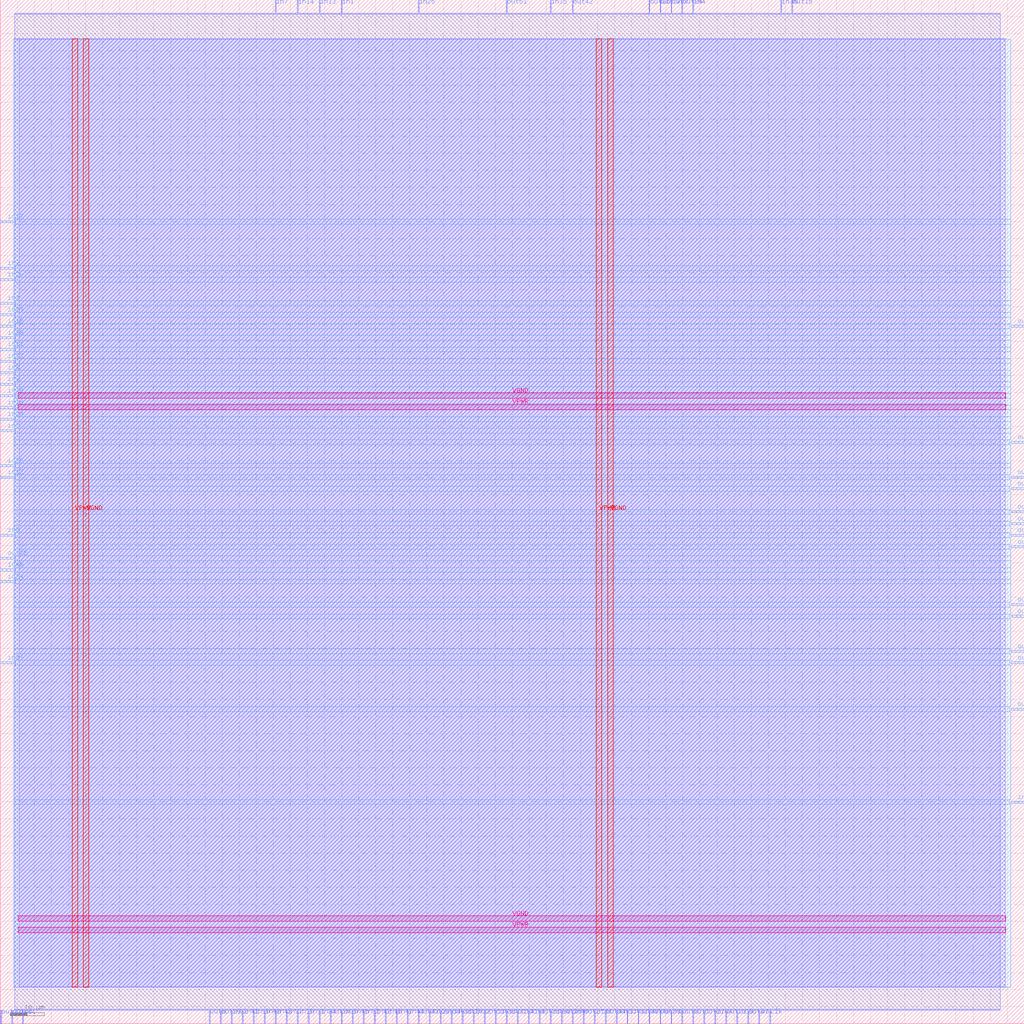
<source format=lef>
VERSION 5.7 ;
  NOWIREEXTENSIONATPIN ON ;
  DIVIDERCHAR "/" ;
  BUSBITCHARS "[]" ;
MACRO netlist_2
  CLASS BLOCK ;
  FOREIGN netlist_2 ;
  ORIGIN 0.000 0.000 ;
  SIZE 300.000 BY 300.000 ;
  PIN VGND
    DIRECTION INOUT ;
    USE GROUND ;
    PORT
      LAYER met4 ;
        RECT 24.340 10.640 25.940 288.560 ;
    END
    PORT
      LAYER met4 ;
        RECT 177.940 10.640 179.540 288.560 ;
    END
    PORT
      LAYER met5 ;
        RECT 5.280 30.030 294.640 31.630 ;
    END
    PORT
      LAYER met5 ;
        RECT 5.280 183.210 294.640 184.810 ;
    END
  END VGND
  PIN VPWR
    DIRECTION INOUT ;
    USE POWER ;
    PORT
      LAYER met4 ;
        RECT 21.040 10.640 22.640 288.560 ;
    END
    PORT
      LAYER met4 ;
        RECT 174.640 10.640 176.240 288.560 ;
    END
    PORT
      LAYER met5 ;
        RECT 5.280 26.730 294.640 28.330 ;
    END
    PORT
      LAYER met5 ;
        RECT 5.280 179.910 294.640 181.510 ;
    END
  END VPWR
  PIN clk
    DIRECTION INPUT ;
    USE SIGNAL ;
    ANTENNAGATEAREA 0.852000 ;
    ANTENNADIFFAREA 0.434700 ;
    PORT
      LAYER met2 ;
        RECT 225.490 0.000 225.770 4.000 ;
    END
  END clk
  PIN in0
    DIRECTION INPUT ;
    USE SIGNAL ;
    ANTENNAGATEAREA 0.213000 ;
    ANTENNADIFFAREA 0.434700 ;
    PORT
      LAYER met2 ;
        RECT 222.270 0.000 222.550 4.000 ;
    END
  END in0
  PIN in1
    DIRECTION INPUT ;
    USE SIGNAL ;
    ANTENNAGATEAREA 0.213000 ;
    ANTENNADIFFAREA 0.434700 ;
    PORT
      LAYER met2 ;
        RECT 99.910 296.000 100.190 300.000 ;
    END
  END in1
  PIN in10
    DIRECTION INPUT ;
    USE SIGNAL ;
    ANTENNAGATEAREA 0.196500 ;
    ANTENNADIFFAREA 0.434700 ;
    PORT
      LAYER met2 ;
        RECT 87.030 0.000 87.310 4.000 ;
    END
  END in10
  PIN in11
    DIRECTION INPUT ;
    USE SIGNAL ;
    ANTENNAGATEAREA 0.196500 ;
    ANTENNADIFFAREA 0.434700 ;
    PORT
      LAYER met3 ;
        RECT 0.000 197.240 4.000 197.840 ;
    END
  END in11
  PIN in12
    DIRECTION INPUT ;
    USE SIGNAL ;
    ANTENNAGATEAREA 0.196500 ;
    ANTENNADIFFAREA 0.434700 ;
    PORT
      LAYER met3 ;
        RECT 0.000 159.840 4.000 160.440 ;
    END
  END in12
  PIN in13
    DIRECTION INPUT ;
    USE SIGNAL ;
    ANTENNAGATEAREA 0.196500 ;
    ANTENNADIFFAREA 0.434700 ;
    PORT
      LAYER met2 ;
        RECT 93.470 296.000 93.750 300.000 ;
    END
  END in13
  PIN in14
    DIRECTION INPUT ;
    USE SIGNAL ;
    ANTENNAGATEAREA 0.213000 ;
    ANTENNADIFFAREA 0.434700 ;
    PORT
      LAYER met2 ;
        RECT 87.030 296.000 87.310 300.000 ;
    END
  END in14
  PIN in15
    DIRECTION INPUT ;
    USE SIGNAL ;
    ANTENNAGATEAREA 0.213000 ;
    ANTENNADIFFAREA 0.434700 ;
    PORT
      LAYER met3 ;
        RECT 0.000 183.640 4.000 184.240 ;
    END
  END in15
  PIN in16
    DIRECTION INPUT ;
    USE SIGNAL ;
    ANTENNAGATEAREA 0.126000 ;
    ANTENNADIFFAREA 0.434700 ;
    PORT
      LAYER met3 ;
        RECT 0.000 180.240 4.000 180.840 ;
    END
  END in16
  PIN in17
    DIRECTION INPUT ;
    USE SIGNAL ;
    ANTENNAGATEAREA 0.213000 ;
    ANTENNADIFFAREA 0.434700 ;
    PORT
      LAYER met3 ;
        RECT 0.000 234.640 4.000 235.240 ;
    END
  END in17
  PIN in18
    DIRECTION INPUT ;
    USE SIGNAL ;
    ANTENNAGATEAREA 0.196500 ;
    ANTENNADIFFAREA 0.434700 ;
    PORT
      LAYER met3 ;
        RECT 0.000 204.040 4.000 204.640 ;
    END
  END in18
  PIN in19
    DIRECTION INPUT ;
    USE SIGNAL ;
    ANTENNAGATEAREA 0.213000 ;
    ANTENNADIFFAREA 0.434700 ;
    PORT
      LAYER met2 ;
        RECT 215.830 0.000 216.110 4.000 ;
    END
  END in19
  PIN in2
    DIRECTION INPUT ;
    USE SIGNAL ;
    ANTENNAGATEAREA 0.213000 ;
    ANTENNADIFFAREA 0.434700 ;
    PORT
      LAYER met3 ;
        RECT 0.000 221.040 4.000 221.640 ;
    END
  END in2
  PIN in20
    DIRECTION INPUT ;
    USE SIGNAL ;
    ANTENNAGATEAREA 0.213000 ;
    ANTENNADIFFAREA 0.434700 ;
    PORT
      LAYER met3 ;
        RECT 0.000 217.640 4.000 218.240 ;
    END
  END in20
  PIN in21
    DIRECTION INPUT ;
    USE SIGNAL ;
    ANTENNAGATEAREA 0.196500 ;
    ANTENNADIFFAREA 0.434700 ;
    PORT
      LAYER met3 ;
        RECT 0.000 105.440 4.000 106.040 ;
    END
  END in21
  PIN in22
    DIRECTION INPUT ;
    USE SIGNAL ;
    ANTENNAGATEAREA 0.196500 ;
    ANTENNADIFFAREA 0.434700 ;
    PORT
      LAYER met2 ;
        RECT 67.710 0.000 67.990 4.000 ;
    END
  END in22
  PIN in23
    DIRECTION INPUT ;
    USE SIGNAL ;
    ANTENNAGATEAREA 0.196500 ;
    ANTENNADIFFAREA 0.434700 ;
    PORT
      LAYER met3 ;
        RECT 0.000 207.440 4.000 208.040 ;
    END
  END in23
  PIN in24
    DIRECTION INPUT ;
    USE SIGNAL ;
    ANTENNAGATEAREA 0.196500 ;
    ANTENNADIFFAREA 0.434700 ;
    PORT
      LAYER met2 ;
        RECT 93.470 0.000 93.750 4.000 ;
    END
  END in24
  PIN in25
    DIRECTION INPUT ;
    USE SIGNAL ;
    ANTENNAGATEAREA 0.196500 ;
    ANTENNADIFFAREA 0.434700 ;
    PORT
      LAYER met2 ;
        RECT 122.450 296.000 122.730 300.000 ;
    END
  END in25
  PIN in26
    DIRECTION INPUT ;
    USE SIGNAL ;
    ANTENNAGATEAREA 0.196500 ;
    ANTENNADIFFAREA 0.434700 ;
    PORT
      LAYER met3 ;
        RECT 0.000 176.840 4.000 177.440 ;
    END
  END in26
  PIN in27
    DIRECTION INPUT ;
    USE SIGNAL ;
    ANTENNAGATEAREA 0.196500 ;
    ANTENNADIFFAREA 0.434700 ;
    PORT
      LAYER met2 ;
        RECT 196.510 0.000 196.790 4.000 ;
    END
  END in27
  PIN in28
    DIRECTION INPUT ;
    USE SIGNAL ;
    ANTENNAGATEAREA 0.196500 ;
    ANTENNADIFFAREA 0.434700 ;
    PORT
      LAYER met2 ;
        RECT 173.970 0.000 174.250 4.000 ;
    END
  END in28
  PIN in29
    DIRECTION INPUT ;
    USE SIGNAL ;
    ANTENNAGATEAREA 0.196500 ;
    ANTENNADIFFAREA 0.434700 ;
    PORT
      LAYER met3 ;
        RECT 0.000 200.640 4.000 201.240 ;
    END
  END in29
  PIN in3
    DIRECTION INPUT ;
    USE SIGNAL ;
    ANTENNAGATEAREA 0.213000 ;
    ANTENNADIFFAREA 0.434700 ;
    PORT
      LAYER met3 ;
        RECT 0.000 210.840 4.000 211.440 ;
    END
  END in3
  PIN in30
    DIRECTION INPUT ;
    USE SIGNAL ;
    ANTENNAGATEAREA 0.196500 ;
    ANTENNADIFFAREA 0.434700 ;
    PORT
      LAYER met2 ;
        RECT 99.910 0.000 100.190 4.000 ;
    END
  END in30
  PIN in31
    DIRECTION INPUT ;
    USE SIGNAL ;
    ANTENNAGATEAREA 0.213000 ;
    ANTENNADIFFAREA 0.434700 ;
    PORT
      LAYER met2 ;
        RECT 90.250 0.000 90.530 4.000 ;
    END
  END in31
  PIN in32
    DIRECTION INPUT ;
    USE SIGNAL ;
    ANTENNAGATEAREA 0.213000 ;
    ANTENNADIFFAREA 0.434700 ;
    PORT
      LAYER met2 ;
        RECT 138.550 0.000 138.830 4.000 ;
    END
  END in32
  PIN in33
    DIRECTION INPUT ;
    USE SIGNAL ;
    ANTENNAGATEAREA 0.196500 ;
    ANTENNADIFFAREA 0.434700 ;
    PORT
      LAYER met3 ;
        RECT 0.000 193.840 4.000 194.440 ;
    END
  END in33
  PIN in34
    DIRECTION INPUT ;
    USE SIGNAL ;
    ANTENNAGATEAREA 0.196500 ;
    ANTENNADIFFAREA 0.434700 ;
    PORT
      LAYER met3 ;
        RECT 0.000 129.240 4.000 129.840 ;
    END
  END in34
  PIN in35
    DIRECTION INPUT ;
    USE SIGNAL ;
    ANTENNAGATEAREA 0.159000 ;
    ANTENNADIFFAREA 0.434700 ;
    PORT
      LAYER met2 ;
        RECT 161.090 296.000 161.370 300.000 ;
    END
  END in35
  PIN in36
    DIRECTION INPUT ;
    USE SIGNAL ;
    ANTENNAGATEAREA 0.196500 ;
    ANTENNADIFFAREA 0.434700 ;
    PORT
      LAYER met2 ;
        RECT 228.710 296.000 228.990 300.000 ;
    END
  END in36
  PIN in37
    DIRECTION INPUT ;
    USE SIGNAL ;
    ANTENNAGATEAREA 0.213000 ;
    ANTENNADIFFAREA 0.434700 ;
    PORT
      LAYER met2 ;
        RECT 83.810 0.000 84.090 4.000 ;
    END
  END in37
  PIN in38
    DIRECTION INPUT ;
    USE SIGNAL ;
    ANTENNAGATEAREA 0.196500 ;
    ANTENNADIFFAREA 0.434700 ;
    PORT
      LAYER met3 ;
        RECT 0.000 163.240 4.000 163.840 ;
    END
  END in38
  PIN in39
    DIRECTION INPUT ;
    USE SIGNAL ;
    ANTENNAGATEAREA 0.426000 ;
    ANTENNADIFFAREA 0.434700 ;
    PORT
      LAYER met3 ;
        RECT 296.000 64.640 300.000 65.240 ;
    END
  END in39
  PIN in4
    DIRECTION INPUT ;
    USE SIGNAL ;
    ANTENNAGATEAREA 0.159000 ;
    ANTENNADIFFAREA 0.434700 ;
    PORT
      LAYER met2 ;
        RECT 202.950 296.000 203.230 300.000 ;
    END
  END in4
  PIN in40
    DIRECTION INPUT ;
    USE SIGNAL ;
    ANTENNAGATEAREA 0.159000 ;
    ANTENNADIFFAREA 0.434700 ;
    PORT
      LAYER met2 ;
        RECT 167.530 0.000 167.810 4.000 ;
    END
  END in40
  PIN in41
    DIRECTION INPUT ;
    USE SIGNAL ;
    ANTENNAGATEAREA 0.196500 ;
    ANTENNADIFFAREA 0.434700 ;
    PORT
      LAYER met2 ;
        RECT 70.930 0.000 71.210 4.000 ;
    END
  END in41
  PIN in42
    DIRECTION INPUT ;
    USE SIGNAL ;
    ANTENNAGATEAREA 0.159000 ;
    ANTENNADIFFAREA 0.434700 ;
    PORT
      LAYER met2 ;
        RECT 109.570 0.000 109.850 4.000 ;
    END
  END in42
  PIN in43
    DIRECTION INPUT ;
    USE SIGNAL ;
    ANTENNAGATEAREA 0.196500 ;
    ANTENNADIFFAREA 0.434700 ;
    PORT
      LAYER met2 ;
        RECT 80.590 0.000 80.870 4.000 ;
    END
  END in43
  PIN in44
    DIRECTION INPUT ;
    USE SIGNAL ;
    ANTENNAGATEAREA 0.196500 ;
    ANTENNADIFFAREA 0.434700 ;
    PORT
      LAYER met2 ;
        RECT 119.230 0.000 119.510 4.000 ;
    END
  END in44
  PIN in45
    DIRECTION INPUT ;
    USE SIGNAL ;
    ANTENNAGATEAREA 0.196500 ;
    ANTENNADIFFAREA 0.434700 ;
    PORT
      LAYER met2 ;
        RECT 103.130 0.000 103.410 4.000 ;
    END
  END in45
  PIN in46
    DIRECTION INPUT ;
    USE SIGNAL ;
    ANTENNAGATEAREA 0.213000 ;
    ANTENNADIFFAREA 0.434700 ;
    PORT
      LAYER met2 ;
        RECT 112.790 0.000 113.070 4.000 ;
    END
  END in46
  PIN in47
    DIRECTION INPUT ;
    USE SIGNAL ;
    ANTENNAGATEAREA 0.213000 ;
    ANTENNADIFFAREA 0.434700 ;
    PORT
      LAYER met2 ;
        RECT 116.010 0.000 116.290 4.000 ;
    END
  END in47
  PIN in48
    DIRECTION INPUT ;
    USE SIGNAL ;
    ANTENNAGATEAREA 0.196500 ;
    ANTENNADIFFAREA 0.434700 ;
    PORT
      LAYER met2 ;
        RECT 77.370 0.000 77.650 4.000 ;
    END
  END in48
  PIN in49
    DIRECTION INPUT ;
    USE SIGNAL ;
    ANTENNAGATEAREA 0.159000 ;
    ANTENNADIFFAREA 0.434700 ;
    PORT
      LAYER met3 ;
        RECT 0.000 132.640 4.000 133.240 ;
    END
  END in49
  PIN in5
    DIRECTION INPUT ;
    USE SIGNAL ;
    ANTENNAGATEAREA 0.159000 ;
    ANTENNADIFFAREA 0.434700 ;
    PORT
      LAYER met3 ;
        RECT 0.000 142.840 4.000 143.440 ;
    END
  END in5
  PIN in50
    DIRECTION INPUT ;
    USE SIGNAL ;
    ANTENNAGATEAREA 0.196500 ;
    ANTENNADIFFAREA 0.434700 ;
    PORT
      LAYER met2 ;
        RECT 74.150 0.000 74.430 4.000 ;
    END
  END in50
  PIN in51
    DIRECTION INPUT ;
    USE SIGNAL ;
    ANTENNAGATEAREA 0.196500 ;
    ANTENNADIFFAREA 0.434700 ;
    PORT
      LAYER met2 ;
        RECT 106.350 0.000 106.630 4.000 ;
    END
  END in51
  PIN in6
    DIRECTION INPUT ;
    USE SIGNAL ;
    ANTENNAGATEAREA 0.159000 ;
    ANTENNADIFFAREA 0.434700 ;
    PORT
      LAYER met3 ;
        RECT 0.000 173.440 4.000 174.040 ;
    END
  END in6
  PIN in7
    DIRECTION INPUT ;
    USE SIGNAL ;
    ANTENNAGATEAREA 0.196500 ;
    ANTENNADIFFAREA 0.434700 ;
    PORT
      LAYER met2 ;
        RECT 80.590 296.000 80.870 300.000 ;
    END
  END in7
  PIN in8
    DIRECTION INPUT ;
    USE SIGNAL ;
    ANTENNAGATEAREA 0.159000 ;
    ANTENNADIFFAREA 0.434700 ;
    PORT
      LAYER met3 ;
        RECT 0.000 190.440 4.000 191.040 ;
    END
  END in8
  PIN in9
    DIRECTION INPUT ;
    USE SIGNAL ;
    ANTENNAGATEAREA 0.213000 ;
    ANTENNADIFFAREA 0.434700 ;
    PORT
      LAYER met3 ;
        RECT 0.000 187.040 4.000 187.640 ;
    END
  END in9
  PIN out0
    DIRECTION OUTPUT ;
    USE SIGNAL ;
    ANTENNADIFFAREA 0.445500 ;
    PORT
      LAYER met3 ;
        RECT 296.000 119.040 300.000 119.640 ;
    END
  END out0
  PIN out1
    DIRECTION OUTPUT ;
    USE SIGNAL ;
    ANTENNADIFFAREA 0.445500 ;
    PORT
      LAYER met2 ;
        RECT 202.950 0.000 203.230 4.000 ;
    END
  END out1
  PIN out10
    DIRECTION OUTPUT ;
    USE SIGNAL ;
    ANTENNADIFFAREA 0.445500 ;
    PORT
      LAYER met2 ;
        RECT 135.330 0.000 135.610 4.000 ;
    END
  END out10
  PIN out11
    DIRECTION OUTPUT ;
    USE SIGNAL ;
    ANTENNADIFFAREA 0.445500 ;
    PORT
      LAYER met3 ;
        RECT 296.000 105.440 300.000 106.040 ;
    END
  END out11
  PIN out12
    DIRECTION OUTPUT ;
    USE SIGNAL ;
    ANTENNADIFFAREA 0.445500 ;
    PORT
      LAYER met3 ;
        RECT 296.000 149.640 300.000 150.240 ;
    END
  END out12
  PIN out13
    DIRECTION OUTPUT ;
    USE SIGNAL ;
    ANTENNADIFFAREA 0.445500 ;
    PORT
      LAYER met2 ;
        RECT 141.770 0.000 142.050 4.000 ;
    END
  END out13
  PIN out14
    DIRECTION OUTPUT ;
    USE SIGNAL ;
    ANTENNADIFFAREA 0.445500 ;
    PORT
      LAYER met3 ;
        RECT 296.000 142.840 300.000 143.440 ;
    END
  END out14
  PIN out15
    DIRECTION OUTPUT ;
    USE SIGNAL ;
    ANTENNADIFFAREA 0.795200 ;
    PORT
      LAYER met2 ;
        RECT 231.930 296.000 232.210 300.000 ;
    END
  END out15
  PIN out16
    DIRECTION OUTPUT ;
    USE SIGNAL ;
    ANTENNADIFFAREA 0.445500 ;
    PORT
      LAYER met3 ;
        RECT 296.000 170.040 300.000 170.640 ;
    END
  END out16
  PIN out17
    DIRECTION OUTPUT ;
    USE SIGNAL ;
    ANTENNADIFFAREA 0.340600 ;
    PORT
      LAYER met3 ;
        RECT 296.000 159.840 300.000 160.440 ;
    END
  END out17
  PIN out18
    DIRECTION OUTPUT ;
    USE SIGNAL ;
    ANTENNADIFFAREA 0.340600 ;
    PORT
      LAYER met3 ;
        RECT 296.000 139.440 300.000 140.040 ;
    END
  END out18
  PIN out19
    DIRECTION OUTPUT ;
    USE SIGNAL ;
    ANTENNADIFFAREA 0.795200 ;
    PORT
      LAYER met2 ;
        RECT 193.290 296.000 193.570 300.000 ;
    END
  END out19
  PIN out2
    DIRECTION OUTPUT ;
    USE SIGNAL ;
    ANTENNADIFFAREA 0.795200 ;
    PORT
      LAYER met2 ;
        RECT 196.510 296.000 196.790 300.000 ;
    END
  END out2
  PIN out20
    DIRECTION OUTPUT ;
    USE SIGNAL ;
    ANTENNADIFFAREA 0.445500 ;
    PORT
      LAYER met2 ;
        RECT 125.670 0.000 125.950 4.000 ;
    END
  END out20
  PIN out21
    DIRECTION OUTPUT ;
    USE SIGNAL ;
    ANTENNADIFFAREA 0.445500 ;
    PORT
      LAYER met2 ;
        RECT 170.750 0.000 171.030 4.000 ;
    END
  END out21
  PIN out22
    DIRECTION OUTPUT ;
    USE SIGNAL ;
    PORT
      LAYER met2 ;
        RECT 0.090 0.000 0.370 4.000 ;
    END
  END out22
  PIN out23
    DIRECTION OUTPUT ;
    USE SIGNAL ;
    ANTENNADIFFAREA 0.445500 ;
    PORT
      LAYER met2 ;
        RECT 212.610 0.000 212.890 4.000 ;
    END
  END out23
  PIN out24
    DIRECTION OUTPUT ;
    USE SIGNAL ;
    ANTENNADIFFAREA 0.795200 ;
    PORT
      LAYER met2 ;
        RECT 199.730 296.000 200.010 300.000 ;
    END
  END out24
  PIN out25
    DIRECTION OUTPUT ;
    USE SIGNAL ;
    ANTENNADIFFAREA 0.445500 ;
    PORT
      LAYER met2 ;
        RECT 157.870 0.000 158.150 4.000 ;
    END
  END out25
  PIN out26
    DIRECTION OUTPUT ;
    USE SIGNAL ;
    ANTENNADIFFAREA 0.795200 ;
    PORT
      LAYER met2 ;
        RECT 190.070 296.000 190.350 300.000 ;
    END
  END out26
  PIN out27
    DIRECTION OUTPUT ;
    USE SIGNAL ;
    ANTENNADIFFAREA 0.340600 ;
    PORT
      LAYER met2 ;
        RECT 206.170 0.000 206.450 4.000 ;
    END
  END out27
  PIN out28
    DIRECTION OUTPUT ;
    USE SIGNAL ;
    ANTENNADIFFAREA 0.445500 ;
    PORT
      LAYER met3 ;
        RECT 0.000 136.040 4.000 136.640 ;
    END
  END out28
  PIN out29
    DIRECTION OUTPUT ;
    USE SIGNAL ;
    ANTENNADIFFAREA 0.445500 ;
    PORT
      LAYER met2 ;
        RECT 64.490 0.000 64.770 4.000 ;
    END
  END out29
  PIN out3
    DIRECTION OUTPUT ;
    USE SIGNAL ;
    ANTENNADIFFAREA 0.445500 ;
    PORT
      LAYER met3 ;
        RECT 296.000 108.840 300.000 109.440 ;
    END
  END out3
  PIN out30
    DIRECTION OUTPUT ;
    USE SIGNAL ;
    ANTENNADIFFAREA 0.445500 ;
    PORT
      LAYER met2 ;
        RECT 96.690 0.000 96.970 4.000 ;
    END
  END out30
  PIN out31
    DIRECTION OUTPUT ;
    USE SIGNAL ;
    ANTENNADIFFAREA 0.445500 ;
    PORT
      LAYER met2 ;
        RECT 148.210 0.000 148.490 4.000 ;
    END
  END out31
  PIN out32
    DIRECTION OUTPUT ;
    USE SIGNAL ;
    ANTENNADIFFAREA 0.445500 ;
    PORT
      LAYER met2 ;
        RECT 183.630 0.000 183.910 4.000 ;
    END
  END out32
  PIN out33
    DIRECTION OUTPUT ;
    USE SIGNAL ;
    ANTENNADIFFAREA 0.445500 ;
    PORT
      LAYER met3 ;
        RECT 296.000 122.440 300.000 123.040 ;
    END
  END out33
  PIN out34
    DIRECTION OUTPUT ;
    USE SIGNAL ;
    ANTENNADIFFAREA 0.445500 ;
    PORT
      LAYER met2 ;
        RECT 128.890 0.000 129.170 4.000 ;
    END
  END out34
  PIN out35
    DIRECTION OUTPUT ;
    USE SIGNAL ;
    ANTENNADIFFAREA 0.445500 ;
    PORT
      LAYER met2 ;
        RECT 144.990 0.000 145.270 4.000 ;
    END
  END out35
  PIN out36
    DIRECTION OUTPUT ;
    USE SIGNAL ;
    ANTENNADIFFAREA 0.445500 ;
    PORT
      LAYER met2 ;
        RECT 132.110 0.000 132.390 4.000 ;
    END
  END out36
  PIN out37
    DIRECTION OUTPUT ;
    USE SIGNAL ;
    ANTENNADIFFAREA 0.445500 ;
    PORT
      LAYER met2 ;
        RECT 180.410 0.000 180.690 4.000 ;
    END
  END out37
  PIN out38
    DIRECTION OUTPUT ;
    USE SIGNAL ;
    ANTENNADIFFAREA 0.445500 ;
    PORT
      LAYER met3 ;
        RECT 296.000 146.240 300.000 146.840 ;
    END
  END out38
  PIN out39
    DIRECTION OUTPUT ;
    USE SIGNAL ;
    ANTENNADIFFAREA 0.445500 ;
    PORT
      LAYER met2 ;
        RECT 193.290 0.000 193.570 4.000 ;
    END
  END out39
  PIN out4
    DIRECTION OUTPUT ;
    USE SIGNAL ;
    ANTENNADIFFAREA 0.445500 ;
    PORT
      LAYER met2 ;
        RECT 154.650 0.000 154.930 4.000 ;
    END
  END out4
  PIN out40
    DIRECTION OUTPUT ;
    USE SIGNAL ;
    ANTENNADIFFAREA 0.445500 ;
    PORT
      LAYER met2 ;
        RECT 186.850 0.000 187.130 4.000 ;
    END
  END out40
  PIN out41
    DIRECTION OUTPUT ;
    USE SIGNAL ;
    ANTENNADIFFAREA 0.445500 ;
    PORT
      LAYER met2 ;
        RECT 151.430 0.000 151.710 4.000 ;
    END
  END out41
  PIN out42
    DIRECTION OUTPUT ;
    USE SIGNAL ;
    ANTENNADIFFAREA 0.340600 ;
    PORT
      LAYER met2 ;
        RECT 167.530 296.000 167.810 300.000 ;
    END
  END out42
  PIN out43
    DIRECTION OUTPUT ;
    USE SIGNAL ;
    ANTENNADIFFAREA 0.445500 ;
    PORT
      LAYER met2 ;
        RECT 122.450 0.000 122.730 4.000 ;
    END
  END out43
  PIN out44
    DIRECTION OUTPUT ;
    USE SIGNAL ;
    ANTENNADIFFAREA 0.445500 ;
    PORT
      LAYER met2 ;
        RECT 177.190 0.000 177.470 4.000 ;
    END
  END out44
  PIN out45
    DIRECTION OUTPUT ;
    USE SIGNAL ;
    PORT
      LAYER met2 ;
        RECT 3.310 0.000 3.590 4.000 ;
    END
  END out45
  PIN out46
    DIRECTION OUTPUT ;
    USE SIGNAL ;
    ANTENNADIFFAREA 0.445500 ;
    PORT
      LAYER met2 ;
        RECT 164.310 0.000 164.590 4.000 ;
    END
  END out46
  PIN out47
    DIRECTION OUTPUT ;
    USE SIGNAL ;
    ANTENNADIFFAREA 0.445500 ;
    PORT
      LAYER met2 ;
        RECT 219.050 0.000 219.330 4.000 ;
    END
  END out47
  PIN out48
    DIRECTION OUTPUT ;
    USE SIGNAL ;
    ANTENNADIFFAREA 0.340600 ;
    PORT
      LAYER met2 ;
        RECT 190.070 0.000 190.350 4.000 ;
    END
  END out48
  PIN out49
    DIRECTION OUTPUT ;
    USE SIGNAL ;
    ANTENNADIFFAREA 0.445500 ;
    PORT
      LAYER met3 ;
        RECT 296.000 91.840 300.000 92.440 ;
    END
  END out49
  PIN out5
    DIRECTION OUTPUT ;
    USE SIGNAL ;
    ANTENNADIFFAREA 0.445500 ;
    PORT
      LAYER met3 ;
        RECT 296.000 156.440 300.000 157.040 ;
    END
  END out5
  PIN out50
    DIRECTION OUTPUT ;
    USE SIGNAL ;
    ANTENNADIFFAREA 0.340600 ;
    PORT
      LAYER met2 ;
        RECT 161.090 0.000 161.370 4.000 ;
    END
  END out50
  PIN out51
    DIRECTION OUTPUT ;
    USE SIGNAL ;
    ANTENNADIFFAREA 0.340600 ;
    PORT
      LAYER met2 ;
        RECT 148.210 296.000 148.490 300.000 ;
    END
  END out51
  PIN out6
    DIRECTION OUTPUT ;
    USE SIGNAL ;
    ANTENNADIFFAREA 0.445500 ;
    PORT
      LAYER met2 ;
        RECT 61.270 0.000 61.550 4.000 ;
    END
  END out6
  PIN out7
    DIRECTION OUTPUT ;
    USE SIGNAL ;
    ANTENNADIFFAREA 0.445500 ;
    PORT
      LAYER met3 ;
        RECT 296.000 204.040 300.000 204.640 ;
    END
  END out7
  PIN out8
    DIRECTION OUTPUT ;
    USE SIGNAL ;
    ANTENNADIFFAREA 0.445500 ;
    PORT
      LAYER met2 ;
        RECT 199.730 0.000 200.010 4.000 ;
    END
  END out8
  PIN out9
    DIRECTION OUTPUT ;
    USE SIGNAL ;
    ANTENNADIFFAREA 0.445500 ;
    PORT
      LAYER met2 ;
        RECT 209.390 0.000 209.670 4.000 ;
    END
  END out9
  PIN rst
    DIRECTION INPUT ;
    USE SIGNAL ;
    PORT
      LAYER met2 ;
        RECT 6.530 0.000 6.810 4.000 ;
    END
  END rst
  OBS
      LAYER li1 ;
        RECT 5.520 10.795 294.400 288.405 ;
      LAYER met1 ;
        RECT 4.210 10.640 294.400 288.560 ;
      LAYER met2 ;
        RECT 4.230 295.720 80.310 296.000 ;
        RECT 81.150 295.720 86.750 296.000 ;
        RECT 87.590 295.720 93.190 296.000 ;
        RECT 94.030 295.720 99.630 296.000 ;
        RECT 100.470 295.720 122.170 296.000 ;
        RECT 123.010 295.720 147.930 296.000 ;
        RECT 148.770 295.720 160.810 296.000 ;
        RECT 161.650 295.720 167.250 296.000 ;
        RECT 168.090 295.720 189.790 296.000 ;
        RECT 190.630 295.720 193.010 296.000 ;
        RECT 193.850 295.720 196.230 296.000 ;
        RECT 197.070 295.720 199.450 296.000 ;
        RECT 200.290 295.720 202.670 296.000 ;
        RECT 203.510 295.720 228.430 296.000 ;
        RECT 229.270 295.720 231.650 296.000 ;
        RECT 232.490 295.720 292.930 296.000 ;
        RECT 4.230 4.280 292.930 295.720 ;
        RECT 4.230 4.000 6.250 4.280 ;
        RECT 7.090 4.000 60.990 4.280 ;
        RECT 61.830 4.000 64.210 4.280 ;
        RECT 65.050 4.000 67.430 4.280 ;
        RECT 68.270 4.000 70.650 4.280 ;
        RECT 71.490 4.000 73.870 4.280 ;
        RECT 74.710 4.000 77.090 4.280 ;
        RECT 77.930 4.000 80.310 4.280 ;
        RECT 81.150 4.000 83.530 4.280 ;
        RECT 84.370 4.000 86.750 4.280 ;
        RECT 87.590 4.000 89.970 4.280 ;
        RECT 90.810 4.000 93.190 4.280 ;
        RECT 94.030 4.000 96.410 4.280 ;
        RECT 97.250 4.000 99.630 4.280 ;
        RECT 100.470 4.000 102.850 4.280 ;
        RECT 103.690 4.000 106.070 4.280 ;
        RECT 106.910 4.000 109.290 4.280 ;
        RECT 110.130 4.000 112.510 4.280 ;
        RECT 113.350 4.000 115.730 4.280 ;
        RECT 116.570 4.000 118.950 4.280 ;
        RECT 119.790 4.000 122.170 4.280 ;
        RECT 123.010 4.000 125.390 4.280 ;
        RECT 126.230 4.000 128.610 4.280 ;
        RECT 129.450 4.000 131.830 4.280 ;
        RECT 132.670 4.000 135.050 4.280 ;
        RECT 135.890 4.000 138.270 4.280 ;
        RECT 139.110 4.000 141.490 4.280 ;
        RECT 142.330 4.000 144.710 4.280 ;
        RECT 145.550 4.000 147.930 4.280 ;
        RECT 148.770 4.000 151.150 4.280 ;
        RECT 151.990 4.000 154.370 4.280 ;
        RECT 155.210 4.000 157.590 4.280 ;
        RECT 158.430 4.000 160.810 4.280 ;
        RECT 161.650 4.000 164.030 4.280 ;
        RECT 164.870 4.000 167.250 4.280 ;
        RECT 168.090 4.000 170.470 4.280 ;
        RECT 171.310 4.000 173.690 4.280 ;
        RECT 174.530 4.000 176.910 4.280 ;
        RECT 177.750 4.000 180.130 4.280 ;
        RECT 180.970 4.000 183.350 4.280 ;
        RECT 184.190 4.000 186.570 4.280 ;
        RECT 187.410 4.000 189.790 4.280 ;
        RECT 190.630 4.000 193.010 4.280 ;
        RECT 193.850 4.000 196.230 4.280 ;
        RECT 197.070 4.000 199.450 4.280 ;
        RECT 200.290 4.000 202.670 4.280 ;
        RECT 203.510 4.000 205.890 4.280 ;
        RECT 206.730 4.000 209.110 4.280 ;
        RECT 209.950 4.000 212.330 4.280 ;
        RECT 213.170 4.000 215.550 4.280 ;
        RECT 216.390 4.000 218.770 4.280 ;
        RECT 219.610 4.000 221.990 4.280 ;
        RECT 222.830 4.000 225.210 4.280 ;
        RECT 226.050 4.000 292.930 4.280 ;
      LAYER met3 ;
        RECT 3.990 235.640 296.000 288.485 ;
        RECT 4.400 234.240 296.000 235.640 ;
        RECT 3.990 222.040 296.000 234.240 ;
        RECT 4.400 220.640 296.000 222.040 ;
        RECT 3.990 218.640 296.000 220.640 ;
        RECT 4.400 217.240 296.000 218.640 ;
        RECT 3.990 211.840 296.000 217.240 ;
        RECT 4.400 210.440 296.000 211.840 ;
        RECT 3.990 208.440 296.000 210.440 ;
        RECT 4.400 207.040 296.000 208.440 ;
        RECT 3.990 205.040 296.000 207.040 ;
        RECT 4.400 203.640 295.600 205.040 ;
        RECT 3.990 201.640 296.000 203.640 ;
        RECT 4.400 200.240 296.000 201.640 ;
        RECT 3.990 198.240 296.000 200.240 ;
        RECT 4.400 196.840 296.000 198.240 ;
        RECT 3.990 194.840 296.000 196.840 ;
        RECT 4.400 193.440 296.000 194.840 ;
        RECT 3.990 191.440 296.000 193.440 ;
        RECT 4.400 190.040 296.000 191.440 ;
        RECT 3.990 188.040 296.000 190.040 ;
        RECT 4.400 186.640 296.000 188.040 ;
        RECT 3.990 184.640 296.000 186.640 ;
        RECT 4.400 183.240 296.000 184.640 ;
        RECT 3.990 181.240 296.000 183.240 ;
        RECT 4.400 179.840 296.000 181.240 ;
        RECT 3.990 177.840 296.000 179.840 ;
        RECT 4.400 176.440 296.000 177.840 ;
        RECT 3.990 174.440 296.000 176.440 ;
        RECT 4.400 173.040 296.000 174.440 ;
        RECT 3.990 171.040 296.000 173.040 ;
        RECT 3.990 169.640 295.600 171.040 ;
        RECT 3.990 164.240 296.000 169.640 ;
        RECT 4.400 162.840 296.000 164.240 ;
        RECT 3.990 160.840 296.000 162.840 ;
        RECT 4.400 159.440 295.600 160.840 ;
        RECT 3.990 157.440 296.000 159.440 ;
        RECT 3.990 156.040 295.600 157.440 ;
        RECT 3.990 150.640 296.000 156.040 ;
        RECT 3.990 149.240 295.600 150.640 ;
        RECT 3.990 147.240 296.000 149.240 ;
        RECT 3.990 145.840 295.600 147.240 ;
        RECT 3.990 143.840 296.000 145.840 ;
        RECT 4.400 142.440 295.600 143.840 ;
        RECT 3.990 140.440 296.000 142.440 ;
        RECT 3.990 139.040 295.600 140.440 ;
        RECT 3.990 137.040 296.000 139.040 ;
        RECT 4.400 135.640 296.000 137.040 ;
        RECT 3.990 133.640 296.000 135.640 ;
        RECT 4.400 132.240 296.000 133.640 ;
        RECT 3.990 130.240 296.000 132.240 ;
        RECT 4.400 128.840 296.000 130.240 ;
        RECT 3.990 123.440 296.000 128.840 ;
        RECT 3.990 122.040 295.600 123.440 ;
        RECT 3.990 120.040 296.000 122.040 ;
        RECT 3.990 118.640 295.600 120.040 ;
        RECT 3.990 109.840 296.000 118.640 ;
        RECT 3.990 108.440 295.600 109.840 ;
        RECT 3.990 106.440 296.000 108.440 ;
        RECT 4.400 105.040 295.600 106.440 ;
        RECT 3.990 92.840 296.000 105.040 ;
        RECT 3.990 91.440 295.600 92.840 ;
        RECT 3.990 65.640 296.000 91.440 ;
        RECT 3.990 64.240 295.600 65.640 ;
        RECT 3.990 10.715 296.000 64.240 ;
  END
END netlist_2
END LIBRARY


</source>
